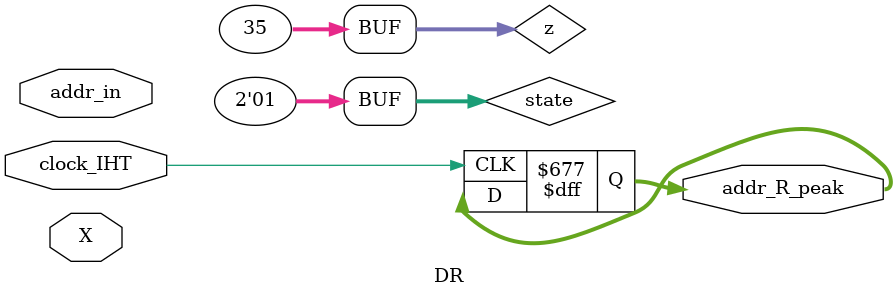
<source format=v>
`timescale 1ns / 1ps


module DR(input clock_IHT, input [31:0]addr_in,input [15:0]X,output reg[31:0] addr_R_peak);
/*reg new=1'b1;
reg [103:0]startpos;
reg [103:0]endpos;


always @(posedge clock_IHT)
begin
    if(new)
    begin
        startpos<=addr_in-6'b100011;
        endpos<=addr_in+6'b100011;
        while(startpos<=endpos)
        begin
           //if(
        
        end
    end
    




end*/
reg counter = 6'b000000;
reg  [15:0] previousStore [34:0];
reg [15:0] max ;
reg [1:0] state = 2'b00;
integer z;
integer z2;
reg [1:0] kaha = 2'b00;
integer disp=0;
always @(posedge clock_IHT)
begin
	if(state == 2'b00)
	begin
		for (z2=0; z2<=33; z2=z2+1)
        begin
           previousStore[z2] = previousStore[z2+1]; 
        end
        previousStore[34] = X; 
	end
	else if (state == 2'b01)
	begin
	   if (counter == 6'b100011) 
	   begin
        state=2'b00;
        counter=6'b000000;
        addr_R_peak = addr_in;
        if(kaha==2'b00) addr_R_peak = addr_in;
        else if(kaha==2'b01) addr_R_peak = addr_in-1;
        else if(kaha==2'b10) addr_R_peak = addr_in+1;
        max=15'b000000000000000;
        kaha=2'b00;
	   end
	   else
	   begin
	       if( max < X ) 
	       begin
	       max = X;
	       kaha=2'b01;
	       disp=counter+1;
	       end
	       counter=counter+1;
	   end
	end
end

always @(addr_in)
begin
    state = 2'b01;
    for (z=0; z<=34; z=z+1)
    begin
       if( max < previousStore[z] ) 
       begin
       max = previousStore[z];
       kaha=2'b10;
       disp=z+1;
       end
    end
    if(max < addr_in)
    begin
     max = X ;
     kaha=2'b00;
     disp=0;
    end
end
endmodule

</source>
